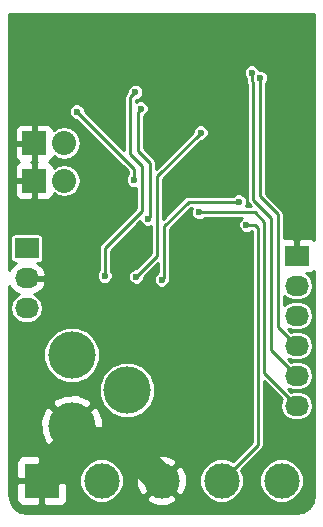
<source format=gbl>
G04 #@! TF.FileFunction,Copper,L2,Bot,Signal*
%FSLAX46Y46*%
G04 Gerber Fmt 4.6, Leading zero omitted, Abs format (unit mm)*
G04 Created by KiCad (PCBNEW 0.201511091016+6303~30~ubuntu14.04.1-product) date Mon 09 Nov 2015 21:44:19 GMT*
%MOMM*%
G01*
G04 APERTURE LIST*
%ADD10C,0.100000*%
%ADD11R,3.000000X3.000000*%
%ADD12C,3.000000*%
%ADD13R,2.032000X1.727200*%
%ADD14O,2.032000X1.727200*%
%ADD15R,2.032000X2.032000*%
%ADD16O,2.032000X2.032000*%
%ADD17C,4.000000*%
%ADD18C,0.600000*%
%ADD19C,0.254000*%
%ADD20C,0.381000*%
%ADD21C,2.500000*%
G04 APERTURE END LIST*
D10*
D11*
X142240000Y-123190000D03*
D12*
X147320000Y-123190000D03*
X152400000Y-123190000D03*
X157480000Y-123190000D03*
X162560000Y-123190000D03*
D13*
X163830000Y-104140000D03*
D14*
X163830000Y-106680000D03*
X163830000Y-109220000D03*
X163830000Y-111760000D03*
X163830000Y-114300000D03*
X163830000Y-116840000D03*
D13*
X140970000Y-103505000D03*
D14*
X140970000Y-106045000D03*
X140970000Y-108585000D03*
D15*
X141605000Y-94615000D03*
D16*
X144145000Y-94615000D03*
D15*
X141605000Y-97790000D03*
D16*
X144145000Y-97790000D03*
D17*
X144780000Y-112544860D03*
X144780000Y-118544340D03*
X149479000Y-115544600D03*
D18*
X153797000Y-109029500D03*
X156337000Y-107251500D03*
X158877000Y-107251500D03*
X155575000Y-100457000D03*
X151257000Y-101028500D03*
X150622000Y-91694000D03*
X160718500Y-89090500D03*
X160020000Y-88646000D03*
X159575500Y-101536500D03*
X147574000Y-105854500D03*
X150177500Y-90297000D03*
X158940500Y-99568000D03*
X152400000Y-106172000D03*
X145224500Y-91948000D03*
X150050500Y-97726500D03*
X155702000Y-93726000D03*
X150241000Y-105918000D03*
D19*
X142367000Y-106045000D02*
X145161000Y-108839000D01*
X153035000Y-108839000D02*
X153511250Y-109315250D01*
X145161000Y-108839000D02*
X153035000Y-108839000D01*
D20*
X150145750Y-120935750D02*
X152234900Y-118846600D01*
X152234900Y-118846600D02*
X152234900Y-110591600D01*
X152234900Y-110591600D02*
X153511250Y-109315250D01*
X155575000Y-107251500D02*
X156337000Y-107251500D01*
X153511250Y-109315250D02*
X153797000Y-109029500D01*
X153797000Y-109029500D02*
X155575000Y-107251500D01*
D21*
X144780000Y-118544340D02*
X146123660Y-119888000D01*
X146123660Y-119888000D02*
X149098000Y-119888000D01*
X152400000Y-123190000D02*
X150145750Y-120935750D01*
X150145750Y-120935750D02*
X149098000Y-119888000D01*
X149098000Y-119888000D02*
X145542000Y-119888000D01*
X145542000Y-119888000D02*
X142240000Y-123190000D01*
D19*
X141605000Y-97790000D02*
X141605000Y-100012500D01*
X142367000Y-106045000D02*
X140970000Y-106045000D01*
X143129000Y-105283000D02*
X142367000Y-106045000D01*
X143129000Y-101536500D02*
X143129000Y-105283000D01*
X141605000Y-100012500D02*
X143129000Y-101536500D01*
D20*
X158877000Y-107251500D02*
X156337000Y-107251500D01*
D19*
X163830000Y-116840000D02*
X161099500Y-114109500D01*
X160274000Y-100457000D02*
X155575000Y-100457000D01*
X161099500Y-101282500D02*
X160274000Y-100457000D01*
X161099500Y-114109500D02*
X161099500Y-101282500D01*
X150622000Y-91694000D02*
X150368000Y-91948000D01*
X151384000Y-100901500D02*
X151257000Y-101028500D01*
X151384000Y-96266000D02*
X151384000Y-100901500D01*
X150368000Y-95250000D02*
X151384000Y-96266000D01*
X150368000Y-91948000D02*
X150368000Y-95250000D01*
X162242500Y-110172500D02*
X163830000Y-111760000D01*
X160718500Y-99123500D02*
X160718500Y-89090500D01*
X162242500Y-100647500D02*
X160718500Y-99123500D01*
X162242500Y-110172500D02*
X162242500Y-100647500D01*
X163830000Y-114300000D02*
X161671000Y-112141000D01*
X160020000Y-89344500D02*
X160020000Y-88646000D01*
X160137498Y-89461998D02*
X160020000Y-89344500D01*
X160137498Y-99431498D02*
X160137498Y-89461998D01*
X161671000Y-100965000D02*
X160137498Y-99431498D01*
X161671000Y-112141000D02*
X161671000Y-100965000D01*
X157480000Y-123190000D02*
X160528000Y-120142000D01*
X160274000Y-101536500D02*
X159575500Y-101536500D01*
X160528000Y-101790500D02*
X160274000Y-101536500D01*
X160528000Y-120142000D02*
X160528000Y-101790500D01*
X147574000Y-103505000D02*
X147574000Y-105854500D01*
X150749000Y-100330000D02*
X147574000Y-103505000D01*
X150749000Y-96520000D02*
X150749000Y-100330000D01*
X149733000Y-95504000D02*
X150749000Y-96520000D01*
X149733000Y-90741500D02*
X149733000Y-95504000D01*
X150177500Y-90297000D02*
X149733000Y-90741500D01*
X152590500Y-101663500D02*
X152590500Y-105981500D01*
X158940500Y-99568000D02*
X154686000Y-99568000D01*
X154686000Y-99568000D02*
X152590500Y-101663500D01*
X152590500Y-105981500D02*
X152400000Y-106172000D01*
X145224500Y-91948000D02*
X150050500Y-96774000D01*
X150050500Y-96774000D02*
X150050500Y-97726500D01*
X152019000Y-97409000D02*
X155702000Y-93726000D01*
X152019000Y-104140000D02*
X152019000Y-97409000D01*
X150241000Y-105918000D02*
X152019000Y-104140000D01*
G36*
X165304000Y-102836374D02*
X165205698Y-102738073D01*
X164972309Y-102641400D01*
X164115750Y-102641400D01*
X163957000Y-102800150D01*
X163957000Y-104013000D01*
X163977000Y-104013000D01*
X163977000Y-104267000D01*
X163957000Y-104267000D01*
X163957000Y-104287000D01*
X163703000Y-104287000D01*
X163703000Y-104267000D01*
X163683000Y-104267000D01*
X163683000Y-104013000D01*
X163703000Y-104013000D01*
X163703000Y-102800150D01*
X163544250Y-102641400D01*
X162750500Y-102641400D01*
X162750500Y-100647500D01*
X162711831Y-100453097D01*
X162624325Y-100322135D01*
X162601710Y-100288289D01*
X161226500Y-98913080D01*
X161226500Y-89545626D01*
X161295487Y-89476759D01*
X161399382Y-89226554D01*
X161399618Y-88955635D01*
X161296161Y-88705248D01*
X161104759Y-88513513D01*
X160854554Y-88409618D01*
X160659102Y-88409448D01*
X160597661Y-88260748D01*
X160406259Y-88069013D01*
X160156054Y-87965118D01*
X159885135Y-87964882D01*
X159634748Y-88068339D01*
X159443013Y-88259741D01*
X159339118Y-88509946D01*
X159338882Y-88780865D01*
X159442339Y-89031252D01*
X159512000Y-89101034D01*
X159512000Y-89344500D01*
X159550669Y-89538903D01*
X159629498Y-89656878D01*
X159629498Y-99431498D01*
X159668167Y-99625901D01*
X159778288Y-99790708D01*
X159936580Y-99949000D01*
X159519671Y-99949000D01*
X159621382Y-99704054D01*
X159621618Y-99433135D01*
X159518161Y-99182748D01*
X159326759Y-98991013D01*
X159076554Y-98887118D01*
X158805635Y-98886882D01*
X158555248Y-98990339D01*
X158485466Y-99060000D01*
X154686000Y-99060000D01*
X154491597Y-99098669D01*
X154326790Y-99208789D01*
X152527000Y-101008580D01*
X152527000Y-97619420D01*
X155739388Y-94407033D01*
X155836865Y-94407118D01*
X156087252Y-94303661D01*
X156278987Y-94112259D01*
X156382882Y-93862054D01*
X156383118Y-93591135D01*
X156279661Y-93340748D01*
X156088259Y-93149013D01*
X155838054Y-93045118D01*
X155567135Y-93044882D01*
X155316748Y-93148339D01*
X155125013Y-93339741D01*
X155021118Y-93589946D01*
X155021032Y-93688547D01*
X151892000Y-96817580D01*
X151892000Y-96266000D01*
X151853331Y-96071597D01*
X151743210Y-95906790D01*
X150876000Y-95039580D01*
X150876000Y-92325893D01*
X151007252Y-92271661D01*
X151198987Y-92080259D01*
X151302882Y-91830054D01*
X151303118Y-91559135D01*
X151199661Y-91308748D01*
X151008259Y-91117013D01*
X150758054Y-91013118D01*
X150487135Y-91012882D01*
X150241000Y-91114582D01*
X150241000Y-90978056D01*
X150312365Y-90978118D01*
X150562752Y-90874661D01*
X150754487Y-90683259D01*
X150858382Y-90433054D01*
X150858618Y-90162135D01*
X150755161Y-89911748D01*
X150563759Y-89720013D01*
X150313554Y-89616118D01*
X150042635Y-89615882D01*
X149792248Y-89719339D01*
X149600513Y-89910741D01*
X149496618Y-90160946D01*
X149496532Y-90259548D01*
X149373790Y-90382290D01*
X149263669Y-90547097D01*
X149225000Y-90741500D01*
X149225000Y-95230080D01*
X145905533Y-91910613D01*
X145905618Y-91813135D01*
X145802161Y-91562748D01*
X145610759Y-91371013D01*
X145360554Y-91267118D01*
X145089635Y-91266882D01*
X144839248Y-91370339D01*
X144647513Y-91561741D01*
X144543618Y-91811946D01*
X144543382Y-92082865D01*
X144646839Y-92333252D01*
X144838241Y-92524987D01*
X145088446Y-92628882D01*
X145187048Y-92628968D01*
X149542500Y-96984420D01*
X149542500Y-97271374D01*
X149473513Y-97340241D01*
X149369618Y-97590446D01*
X149369382Y-97861365D01*
X149472839Y-98111752D01*
X149664241Y-98303487D01*
X149914446Y-98407382D01*
X150185365Y-98407618D01*
X150241000Y-98384630D01*
X150241000Y-100119580D01*
X147214790Y-103145790D01*
X147104669Y-103310597D01*
X147066000Y-103505000D01*
X147066000Y-105399374D01*
X146997013Y-105468241D01*
X146893118Y-105718446D01*
X146892882Y-105989365D01*
X146996339Y-106239752D01*
X147187741Y-106431487D01*
X147437946Y-106535382D01*
X147708865Y-106535618D01*
X147959252Y-106432161D01*
X148150987Y-106240759D01*
X148254882Y-105990554D01*
X148255118Y-105719635D01*
X148151661Y-105469248D01*
X148082000Y-105399466D01*
X148082000Y-103715420D01*
X150592891Y-101204529D01*
X150679339Y-101413752D01*
X150870741Y-101605487D01*
X151120946Y-101709382D01*
X151391865Y-101709618D01*
X151511000Y-101660393D01*
X151511000Y-103929580D01*
X150203613Y-105236967D01*
X150106135Y-105236882D01*
X149855748Y-105340339D01*
X149664013Y-105531741D01*
X149560118Y-105781946D01*
X149559882Y-106052865D01*
X149663339Y-106303252D01*
X149854741Y-106494987D01*
X150104946Y-106598882D01*
X150375865Y-106599118D01*
X150626252Y-106495661D01*
X150817987Y-106304259D01*
X150921882Y-106054054D01*
X150921968Y-105955452D01*
X152082500Y-104794920D01*
X152082500Y-105566345D01*
X152014748Y-105594339D01*
X151823013Y-105785741D01*
X151719118Y-106035946D01*
X151718882Y-106306865D01*
X151822339Y-106557252D01*
X152013741Y-106748987D01*
X152263946Y-106852882D01*
X152534865Y-106853118D01*
X152785252Y-106749661D01*
X152976987Y-106558259D01*
X153080882Y-106308054D01*
X153081090Y-106069025D01*
X153098500Y-105981500D01*
X153098500Y-101873920D01*
X154896421Y-100076000D01*
X154995829Y-100076000D01*
X154894118Y-100320946D01*
X154893882Y-100591865D01*
X154997339Y-100842252D01*
X155188741Y-101033987D01*
X155438946Y-101137882D01*
X155709865Y-101138118D01*
X155960252Y-101034661D01*
X156030034Y-100965000D01*
X159184076Y-100965000D01*
X158998513Y-101150241D01*
X158894618Y-101400446D01*
X158894382Y-101671365D01*
X158997839Y-101921752D01*
X159189241Y-102113487D01*
X159439446Y-102217382D01*
X159710365Y-102217618D01*
X159960752Y-102114161D01*
X160020000Y-102055016D01*
X160020000Y-119931580D01*
X158411503Y-121540077D01*
X157855796Y-121309327D01*
X157107487Y-121308674D01*
X156415891Y-121594436D01*
X155886296Y-122123108D01*
X155599327Y-122814204D01*
X155598674Y-123562513D01*
X155884436Y-124254109D01*
X156413108Y-124783704D01*
X157104204Y-125070673D01*
X157852513Y-125071326D01*
X158544109Y-124785564D01*
X159073704Y-124256892D01*
X159360673Y-123565796D01*
X159360675Y-123562513D01*
X160678674Y-123562513D01*
X160964436Y-124254109D01*
X161493108Y-124783704D01*
X162184204Y-125070673D01*
X162932513Y-125071326D01*
X163624109Y-124785564D01*
X164153704Y-124256892D01*
X164440673Y-123565796D01*
X164441326Y-122817487D01*
X164155564Y-122125891D01*
X163626892Y-121596296D01*
X162935796Y-121309327D01*
X162187487Y-121308674D01*
X161495891Y-121594436D01*
X160966296Y-122123108D01*
X160679327Y-122814204D01*
X160678674Y-123562513D01*
X159360675Y-123562513D01*
X159361326Y-122817487D01*
X159130229Y-122258191D01*
X160887210Y-120501210D01*
X160997331Y-120336403D01*
X161036000Y-120142000D01*
X161036000Y-114764420D01*
X162554413Y-116282833D01*
X162500371Y-116363712D01*
X162405631Y-116840000D01*
X162500371Y-117316288D01*
X162770166Y-117720065D01*
X163173943Y-117989860D01*
X163650231Y-118084600D01*
X164009769Y-118084600D01*
X164486057Y-117989860D01*
X164889834Y-117720065D01*
X165159629Y-117316288D01*
X165254369Y-116840000D01*
X165159629Y-116363712D01*
X164889834Y-115959935D01*
X164486057Y-115690140D01*
X164009769Y-115595400D01*
X163650231Y-115595400D01*
X163361294Y-115652874D01*
X163126740Y-115418320D01*
X163173943Y-115449860D01*
X163650231Y-115544600D01*
X164009769Y-115544600D01*
X164486057Y-115449860D01*
X164889834Y-115180065D01*
X165159629Y-114776288D01*
X165254369Y-114300000D01*
X165159629Y-113823712D01*
X164889834Y-113419935D01*
X164486057Y-113150140D01*
X164009769Y-113055400D01*
X163650231Y-113055400D01*
X163361294Y-113112874D01*
X163126740Y-112878320D01*
X163173943Y-112909860D01*
X163650231Y-113004600D01*
X164009769Y-113004600D01*
X164486057Y-112909860D01*
X164889834Y-112640065D01*
X165159629Y-112236288D01*
X165254369Y-111760000D01*
X165159629Y-111283712D01*
X164889834Y-110879935D01*
X164486057Y-110610140D01*
X164009769Y-110515400D01*
X163650231Y-110515400D01*
X163361294Y-110572874D01*
X163126740Y-110338320D01*
X163173943Y-110369860D01*
X163650231Y-110464600D01*
X164009769Y-110464600D01*
X164486057Y-110369860D01*
X164889834Y-110100065D01*
X165159629Y-109696288D01*
X165254369Y-109220000D01*
X165159629Y-108743712D01*
X164889834Y-108339935D01*
X164486057Y-108070140D01*
X164009769Y-107975400D01*
X163650231Y-107975400D01*
X163173943Y-108070140D01*
X162770166Y-108339935D01*
X162750500Y-108369367D01*
X162750500Y-107530633D01*
X162770166Y-107560065D01*
X163173943Y-107829860D01*
X163650231Y-107924600D01*
X164009769Y-107924600D01*
X164486057Y-107829860D01*
X164889834Y-107560065D01*
X165159629Y-107156288D01*
X165254369Y-106680000D01*
X165159629Y-106203712D01*
X164889834Y-105799935D01*
X164648379Y-105638600D01*
X164972309Y-105638600D01*
X165205698Y-105541927D01*
X165304000Y-105443626D01*
X165304000Y-124417548D01*
X165183997Y-125020846D01*
X164866305Y-125496305D01*
X164390844Y-125813998D01*
X163787548Y-125934000D01*
X141012452Y-125934000D01*
X140409154Y-125813997D01*
X139933695Y-125496305D01*
X139616002Y-125020844D01*
X139496000Y-124417548D01*
X139496000Y-123475750D01*
X140105000Y-123475750D01*
X140105000Y-124816310D01*
X140201673Y-125049699D01*
X140380302Y-125228327D01*
X140613691Y-125325000D01*
X141954250Y-125325000D01*
X142113000Y-125166250D01*
X142113000Y-123317000D01*
X142367000Y-123317000D01*
X142367000Y-125166250D01*
X142525750Y-125325000D01*
X143866309Y-125325000D01*
X144099698Y-125228327D01*
X144278327Y-125049699D01*
X144375000Y-124816310D01*
X144375000Y-123562513D01*
X145438674Y-123562513D01*
X145724436Y-124254109D01*
X146253108Y-124783704D01*
X146944204Y-125070673D01*
X147692513Y-125071326D01*
X148384109Y-124785564D01*
X148465845Y-124703970D01*
X151065635Y-124703970D01*
X151225418Y-125022739D01*
X152016187Y-125332723D01*
X152865387Y-125316497D01*
X153574582Y-125022739D01*
X153734365Y-124703970D01*
X152400000Y-123369605D01*
X151065635Y-124703970D01*
X148465845Y-124703970D01*
X148913704Y-124256892D01*
X149200673Y-123565796D01*
X149201326Y-122817487D01*
X149196657Y-122806187D01*
X150257277Y-122806187D01*
X150273503Y-123655387D01*
X150567261Y-124364582D01*
X150886030Y-124524365D01*
X152220395Y-123190000D01*
X152579605Y-123190000D01*
X153913970Y-124524365D01*
X154232739Y-124364582D01*
X154542723Y-123573813D01*
X154526497Y-122724613D01*
X154232739Y-122015418D01*
X153913970Y-121855635D01*
X152579605Y-123190000D01*
X152220395Y-123190000D01*
X150886030Y-121855635D01*
X150567261Y-122015418D01*
X150257277Y-122806187D01*
X149196657Y-122806187D01*
X148915564Y-122125891D01*
X148466488Y-121676030D01*
X151065635Y-121676030D01*
X152400000Y-123010395D01*
X153734365Y-121676030D01*
X153574582Y-121357261D01*
X152783813Y-121047277D01*
X151934613Y-121063503D01*
X151225418Y-121357261D01*
X151065635Y-121676030D01*
X148466488Y-121676030D01*
X148386892Y-121596296D01*
X147695796Y-121309327D01*
X146947487Y-121308674D01*
X146255891Y-121594436D01*
X145726296Y-122123108D01*
X145439327Y-122814204D01*
X145438674Y-123562513D01*
X144375000Y-123562513D01*
X144375000Y-123475750D01*
X144216250Y-123317000D01*
X142367000Y-123317000D01*
X142113000Y-123317000D01*
X140263750Y-123317000D01*
X140105000Y-123475750D01*
X139496000Y-123475750D01*
X139496000Y-121563690D01*
X140105000Y-121563690D01*
X140105000Y-122904250D01*
X140263750Y-123063000D01*
X142113000Y-123063000D01*
X142113000Y-121213750D01*
X142367000Y-121213750D01*
X142367000Y-123063000D01*
X144216250Y-123063000D01*
X144375000Y-122904250D01*
X144375000Y-121563690D01*
X144278327Y-121330301D01*
X144099698Y-121151673D01*
X143866309Y-121055000D01*
X142525750Y-121055000D01*
X142367000Y-121213750D01*
X142113000Y-121213750D01*
X141954250Y-121055000D01*
X140613691Y-121055000D01*
X140380302Y-121151673D01*
X140201673Y-121330301D01*
X140105000Y-121563690D01*
X139496000Y-121563690D01*
X139496000Y-120419362D01*
X143084584Y-120419362D01*
X143305353Y-120790083D01*
X144277012Y-121183459D01*
X145325247Y-121175053D01*
X146254647Y-120790083D01*
X146475416Y-120419362D01*
X144780000Y-118723945D01*
X143084584Y-120419362D01*
X139496000Y-120419362D01*
X139496000Y-118041352D01*
X142140881Y-118041352D01*
X142149287Y-119089587D01*
X142534257Y-120018987D01*
X142904978Y-120239756D01*
X144600395Y-118544340D01*
X144959605Y-118544340D01*
X146655022Y-120239756D01*
X147025743Y-120018987D01*
X147419119Y-119047328D01*
X147410713Y-117999093D01*
X147025743Y-117069693D01*
X146655022Y-116848924D01*
X144959605Y-118544340D01*
X144600395Y-118544340D01*
X142904978Y-116848924D01*
X142534257Y-117069693D01*
X142140881Y-118041352D01*
X139496000Y-118041352D01*
X139496000Y-116669318D01*
X143084584Y-116669318D01*
X144780000Y-118364735D01*
X146475416Y-116669318D01*
X146254647Y-116298597D01*
X145556944Y-116016132D01*
X147097587Y-116016132D01*
X147459309Y-116891566D01*
X148128511Y-117561937D01*
X149003312Y-117925186D01*
X149950532Y-117926013D01*
X150825966Y-117564291D01*
X151496337Y-116895089D01*
X151859586Y-116020288D01*
X151860413Y-115073068D01*
X151498691Y-114197634D01*
X150829489Y-113527263D01*
X149954688Y-113164014D01*
X149007468Y-113163187D01*
X148132034Y-113524909D01*
X147461663Y-114194111D01*
X147098414Y-115068912D01*
X147097587Y-116016132D01*
X145556944Y-116016132D01*
X145282988Y-115905221D01*
X144234753Y-115913627D01*
X143305353Y-116298597D01*
X143084584Y-116669318D01*
X139496000Y-116669318D01*
X139496000Y-113016392D01*
X142398587Y-113016392D01*
X142760309Y-113891826D01*
X143429511Y-114562197D01*
X144304312Y-114925446D01*
X145251532Y-114926273D01*
X146126966Y-114564551D01*
X146797337Y-113895349D01*
X147160586Y-113020548D01*
X147161413Y-112073328D01*
X146799691Y-111197894D01*
X146130489Y-110527523D01*
X145255688Y-110164274D01*
X144308468Y-110163447D01*
X143433034Y-110525169D01*
X142762663Y-111194371D01*
X142399414Y-112069172D01*
X142398587Y-113016392D01*
X139496000Y-113016392D01*
X139496000Y-106691137D01*
X139619268Y-106947036D01*
X140055680Y-107336954D01*
X140328243Y-107432296D01*
X140313943Y-107435140D01*
X139910166Y-107704935D01*
X139640371Y-108108712D01*
X139545631Y-108585000D01*
X139640371Y-109061288D01*
X139910166Y-109465065D01*
X140313943Y-109734860D01*
X140790231Y-109829600D01*
X141149769Y-109829600D01*
X141626057Y-109734860D01*
X142029834Y-109465065D01*
X142299629Y-109061288D01*
X142394369Y-108585000D01*
X142299629Y-108108712D01*
X142029834Y-107704935D01*
X141626057Y-107435140D01*
X141611757Y-107432296D01*
X141884320Y-107336954D01*
X142320732Y-106947036D01*
X142574709Y-106419791D01*
X142577358Y-106404026D01*
X142456217Y-106172000D01*
X141097000Y-106172000D01*
X141097000Y-106192000D01*
X140843000Y-106192000D01*
X140843000Y-106172000D01*
X140823000Y-106172000D01*
X140823000Y-105918000D01*
X140843000Y-105918000D01*
X140843000Y-105898000D01*
X141097000Y-105898000D01*
X141097000Y-105918000D01*
X142456217Y-105918000D01*
X142577358Y-105685974D01*
X142574709Y-105670209D01*
X142320732Y-105142964D01*
X141888817Y-104757064D01*
X141986000Y-104757064D01*
X142127190Y-104730497D01*
X142256865Y-104647054D01*
X142343859Y-104519734D01*
X142374464Y-104368600D01*
X142374464Y-102641400D01*
X142347897Y-102500210D01*
X142264454Y-102370535D01*
X142137134Y-102283541D01*
X141986000Y-102252936D01*
X139954000Y-102252936D01*
X139812810Y-102279503D01*
X139683135Y-102362946D01*
X139596141Y-102490266D01*
X139565536Y-102641400D01*
X139565536Y-104368600D01*
X139592103Y-104509790D01*
X139675546Y-104639465D01*
X139802866Y-104726459D01*
X139954000Y-104757064D01*
X140051183Y-104757064D01*
X139619268Y-105142964D01*
X139496000Y-105398863D01*
X139496000Y-98075750D01*
X139954000Y-98075750D01*
X139954000Y-98932309D01*
X140050673Y-99165698D01*
X140229301Y-99344327D01*
X140462690Y-99441000D01*
X141319250Y-99441000D01*
X141478000Y-99282250D01*
X141478000Y-97917000D01*
X140112750Y-97917000D01*
X139954000Y-98075750D01*
X139496000Y-98075750D01*
X139496000Y-94900750D01*
X139954000Y-94900750D01*
X139954000Y-95757309D01*
X140050673Y-95990698D01*
X140229301Y-96169327D01*
X140309388Y-96202500D01*
X140229301Y-96235673D01*
X140050673Y-96414302D01*
X139954000Y-96647691D01*
X139954000Y-97504250D01*
X140112750Y-97663000D01*
X141478000Y-97663000D01*
X141478000Y-96297750D01*
X141382750Y-96202500D01*
X141478000Y-96107250D01*
X141478000Y-94742000D01*
X140112750Y-94742000D01*
X139954000Y-94900750D01*
X139496000Y-94900750D01*
X139496000Y-93472691D01*
X139954000Y-93472691D01*
X139954000Y-94329250D01*
X140112750Y-94488000D01*
X141478000Y-94488000D01*
X141478000Y-93122750D01*
X141732000Y-93122750D01*
X141732000Y-94488000D01*
X141752000Y-94488000D01*
X141752000Y-94742000D01*
X141732000Y-94742000D01*
X141732000Y-96107250D01*
X141827250Y-96202500D01*
X141732000Y-96297750D01*
X141732000Y-97663000D01*
X141752000Y-97663000D01*
X141752000Y-97917000D01*
X141732000Y-97917000D01*
X141732000Y-99282250D01*
X141890750Y-99441000D01*
X142747310Y-99441000D01*
X142980699Y-99344327D01*
X143159327Y-99165698D01*
X143256000Y-98932309D01*
X143256000Y-98871232D01*
X143610391Y-99108029D01*
X144145000Y-99214369D01*
X144679609Y-99108029D01*
X145132828Y-98805197D01*
X145435660Y-98351978D01*
X145542000Y-97817369D01*
X145542000Y-97762631D01*
X145435660Y-97228022D01*
X145132828Y-96774803D01*
X144679609Y-96471971D01*
X144145000Y-96365631D01*
X143610391Y-96471971D01*
X143256000Y-96708768D01*
X143256000Y-96647691D01*
X143159327Y-96414302D01*
X142980699Y-96235673D01*
X142900612Y-96202500D01*
X142980699Y-96169327D01*
X143159327Y-95990698D01*
X143256000Y-95757309D01*
X143256000Y-95696232D01*
X143610391Y-95933029D01*
X144145000Y-96039369D01*
X144679609Y-95933029D01*
X145132828Y-95630197D01*
X145435660Y-95176978D01*
X145542000Y-94642369D01*
X145542000Y-94587631D01*
X145435660Y-94053022D01*
X145132828Y-93599803D01*
X144679609Y-93296971D01*
X144145000Y-93190631D01*
X143610391Y-93296971D01*
X143256000Y-93533768D01*
X143256000Y-93472691D01*
X143159327Y-93239302D01*
X142980699Y-93060673D01*
X142747310Y-92964000D01*
X141890750Y-92964000D01*
X141732000Y-93122750D01*
X141478000Y-93122750D01*
X141319250Y-92964000D01*
X140462690Y-92964000D01*
X140229301Y-93060673D01*
X140050673Y-93239302D01*
X139954000Y-93472691D01*
X139496000Y-93472691D01*
X139496000Y-83693000D01*
X165304000Y-83693000D01*
X165304000Y-102836374D01*
X165304000Y-102836374D01*
G37*
X165304000Y-102836374D02*
X165205698Y-102738073D01*
X164972309Y-102641400D01*
X164115750Y-102641400D01*
X163957000Y-102800150D01*
X163957000Y-104013000D01*
X163977000Y-104013000D01*
X163977000Y-104267000D01*
X163957000Y-104267000D01*
X163957000Y-104287000D01*
X163703000Y-104287000D01*
X163703000Y-104267000D01*
X163683000Y-104267000D01*
X163683000Y-104013000D01*
X163703000Y-104013000D01*
X163703000Y-102800150D01*
X163544250Y-102641400D01*
X162750500Y-102641400D01*
X162750500Y-100647500D01*
X162711831Y-100453097D01*
X162624325Y-100322135D01*
X162601710Y-100288289D01*
X161226500Y-98913080D01*
X161226500Y-89545626D01*
X161295487Y-89476759D01*
X161399382Y-89226554D01*
X161399618Y-88955635D01*
X161296161Y-88705248D01*
X161104759Y-88513513D01*
X160854554Y-88409618D01*
X160659102Y-88409448D01*
X160597661Y-88260748D01*
X160406259Y-88069013D01*
X160156054Y-87965118D01*
X159885135Y-87964882D01*
X159634748Y-88068339D01*
X159443013Y-88259741D01*
X159339118Y-88509946D01*
X159338882Y-88780865D01*
X159442339Y-89031252D01*
X159512000Y-89101034D01*
X159512000Y-89344500D01*
X159550669Y-89538903D01*
X159629498Y-89656878D01*
X159629498Y-99431498D01*
X159668167Y-99625901D01*
X159778288Y-99790708D01*
X159936580Y-99949000D01*
X159519671Y-99949000D01*
X159621382Y-99704054D01*
X159621618Y-99433135D01*
X159518161Y-99182748D01*
X159326759Y-98991013D01*
X159076554Y-98887118D01*
X158805635Y-98886882D01*
X158555248Y-98990339D01*
X158485466Y-99060000D01*
X154686000Y-99060000D01*
X154491597Y-99098669D01*
X154326790Y-99208789D01*
X152527000Y-101008580D01*
X152527000Y-97619420D01*
X155739388Y-94407033D01*
X155836865Y-94407118D01*
X156087252Y-94303661D01*
X156278987Y-94112259D01*
X156382882Y-93862054D01*
X156383118Y-93591135D01*
X156279661Y-93340748D01*
X156088259Y-93149013D01*
X155838054Y-93045118D01*
X155567135Y-93044882D01*
X155316748Y-93148339D01*
X155125013Y-93339741D01*
X155021118Y-93589946D01*
X155021032Y-93688547D01*
X151892000Y-96817580D01*
X151892000Y-96266000D01*
X151853331Y-96071597D01*
X151743210Y-95906790D01*
X150876000Y-95039580D01*
X150876000Y-92325893D01*
X151007252Y-92271661D01*
X151198987Y-92080259D01*
X151302882Y-91830054D01*
X151303118Y-91559135D01*
X151199661Y-91308748D01*
X151008259Y-91117013D01*
X150758054Y-91013118D01*
X150487135Y-91012882D01*
X150241000Y-91114582D01*
X150241000Y-90978056D01*
X150312365Y-90978118D01*
X150562752Y-90874661D01*
X150754487Y-90683259D01*
X150858382Y-90433054D01*
X150858618Y-90162135D01*
X150755161Y-89911748D01*
X150563759Y-89720013D01*
X150313554Y-89616118D01*
X150042635Y-89615882D01*
X149792248Y-89719339D01*
X149600513Y-89910741D01*
X149496618Y-90160946D01*
X149496532Y-90259548D01*
X149373790Y-90382290D01*
X149263669Y-90547097D01*
X149225000Y-90741500D01*
X149225000Y-95230080D01*
X145905533Y-91910613D01*
X145905618Y-91813135D01*
X145802161Y-91562748D01*
X145610759Y-91371013D01*
X145360554Y-91267118D01*
X145089635Y-91266882D01*
X144839248Y-91370339D01*
X144647513Y-91561741D01*
X144543618Y-91811946D01*
X144543382Y-92082865D01*
X144646839Y-92333252D01*
X144838241Y-92524987D01*
X145088446Y-92628882D01*
X145187048Y-92628968D01*
X149542500Y-96984420D01*
X149542500Y-97271374D01*
X149473513Y-97340241D01*
X149369618Y-97590446D01*
X149369382Y-97861365D01*
X149472839Y-98111752D01*
X149664241Y-98303487D01*
X149914446Y-98407382D01*
X150185365Y-98407618D01*
X150241000Y-98384630D01*
X150241000Y-100119580D01*
X147214790Y-103145790D01*
X147104669Y-103310597D01*
X147066000Y-103505000D01*
X147066000Y-105399374D01*
X146997013Y-105468241D01*
X146893118Y-105718446D01*
X146892882Y-105989365D01*
X146996339Y-106239752D01*
X147187741Y-106431487D01*
X147437946Y-106535382D01*
X147708865Y-106535618D01*
X147959252Y-106432161D01*
X148150987Y-106240759D01*
X148254882Y-105990554D01*
X148255118Y-105719635D01*
X148151661Y-105469248D01*
X148082000Y-105399466D01*
X148082000Y-103715420D01*
X150592891Y-101204529D01*
X150679339Y-101413752D01*
X150870741Y-101605487D01*
X151120946Y-101709382D01*
X151391865Y-101709618D01*
X151511000Y-101660393D01*
X151511000Y-103929580D01*
X150203613Y-105236967D01*
X150106135Y-105236882D01*
X149855748Y-105340339D01*
X149664013Y-105531741D01*
X149560118Y-105781946D01*
X149559882Y-106052865D01*
X149663339Y-106303252D01*
X149854741Y-106494987D01*
X150104946Y-106598882D01*
X150375865Y-106599118D01*
X150626252Y-106495661D01*
X150817987Y-106304259D01*
X150921882Y-106054054D01*
X150921968Y-105955452D01*
X152082500Y-104794920D01*
X152082500Y-105566345D01*
X152014748Y-105594339D01*
X151823013Y-105785741D01*
X151719118Y-106035946D01*
X151718882Y-106306865D01*
X151822339Y-106557252D01*
X152013741Y-106748987D01*
X152263946Y-106852882D01*
X152534865Y-106853118D01*
X152785252Y-106749661D01*
X152976987Y-106558259D01*
X153080882Y-106308054D01*
X153081090Y-106069025D01*
X153098500Y-105981500D01*
X153098500Y-101873920D01*
X154896421Y-100076000D01*
X154995829Y-100076000D01*
X154894118Y-100320946D01*
X154893882Y-100591865D01*
X154997339Y-100842252D01*
X155188741Y-101033987D01*
X155438946Y-101137882D01*
X155709865Y-101138118D01*
X155960252Y-101034661D01*
X156030034Y-100965000D01*
X159184076Y-100965000D01*
X158998513Y-101150241D01*
X158894618Y-101400446D01*
X158894382Y-101671365D01*
X158997839Y-101921752D01*
X159189241Y-102113487D01*
X159439446Y-102217382D01*
X159710365Y-102217618D01*
X159960752Y-102114161D01*
X160020000Y-102055016D01*
X160020000Y-119931580D01*
X158411503Y-121540077D01*
X157855796Y-121309327D01*
X157107487Y-121308674D01*
X156415891Y-121594436D01*
X155886296Y-122123108D01*
X155599327Y-122814204D01*
X155598674Y-123562513D01*
X155884436Y-124254109D01*
X156413108Y-124783704D01*
X157104204Y-125070673D01*
X157852513Y-125071326D01*
X158544109Y-124785564D01*
X159073704Y-124256892D01*
X159360673Y-123565796D01*
X159360675Y-123562513D01*
X160678674Y-123562513D01*
X160964436Y-124254109D01*
X161493108Y-124783704D01*
X162184204Y-125070673D01*
X162932513Y-125071326D01*
X163624109Y-124785564D01*
X164153704Y-124256892D01*
X164440673Y-123565796D01*
X164441326Y-122817487D01*
X164155564Y-122125891D01*
X163626892Y-121596296D01*
X162935796Y-121309327D01*
X162187487Y-121308674D01*
X161495891Y-121594436D01*
X160966296Y-122123108D01*
X160679327Y-122814204D01*
X160678674Y-123562513D01*
X159360675Y-123562513D01*
X159361326Y-122817487D01*
X159130229Y-122258191D01*
X160887210Y-120501210D01*
X160997331Y-120336403D01*
X161036000Y-120142000D01*
X161036000Y-114764420D01*
X162554413Y-116282833D01*
X162500371Y-116363712D01*
X162405631Y-116840000D01*
X162500371Y-117316288D01*
X162770166Y-117720065D01*
X163173943Y-117989860D01*
X163650231Y-118084600D01*
X164009769Y-118084600D01*
X164486057Y-117989860D01*
X164889834Y-117720065D01*
X165159629Y-117316288D01*
X165254369Y-116840000D01*
X165159629Y-116363712D01*
X164889834Y-115959935D01*
X164486057Y-115690140D01*
X164009769Y-115595400D01*
X163650231Y-115595400D01*
X163361294Y-115652874D01*
X163126740Y-115418320D01*
X163173943Y-115449860D01*
X163650231Y-115544600D01*
X164009769Y-115544600D01*
X164486057Y-115449860D01*
X164889834Y-115180065D01*
X165159629Y-114776288D01*
X165254369Y-114300000D01*
X165159629Y-113823712D01*
X164889834Y-113419935D01*
X164486057Y-113150140D01*
X164009769Y-113055400D01*
X163650231Y-113055400D01*
X163361294Y-113112874D01*
X163126740Y-112878320D01*
X163173943Y-112909860D01*
X163650231Y-113004600D01*
X164009769Y-113004600D01*
X164486057Y-112909860D01*
X164889834Y-112640065D01*
X165159629Y-112236288D01*
X165254369Y-111760000D01*
X165159629Y-111283712D01*
X164889834Y-110879935D01*
X164486057Y-110610140D01*
X164009769Y-110515400D01*
X163650231Y-110515400D01*
X163361294Y-110572874D01*
X163126740Y-110338320D01*
X163173943Y-110369860D01*
X163650231Y-110464600D01*
X164009769Y-110464600D01*
X164486057Y-110369860D01*
X164889834Y-110100065D01*
X165159629Y-109696288D01*
X165254369Y-109220000D01*
X165159629Y-108743712D01*
X164889834Y-108339935D01*
X164486057Y-108070140D01*
X164009769Y-107975400D01*
X163650231Y-107975400D01*
X163173943Y-108070140D01*
X162770166Y-108339935D01*
X162750500Y-108369367D01*
X162750500Y-107530633D01*
X162770166Y-107560065D01*
X163173943Y-107829860D01*
X163650231Y-107924600D01*
X164009769Y-107924600D01*
X164486057Y-107829860D01*
X164889834Y-107560065D01*
X165159629Y-107156288D01*
X165254369Y-106680000D01*
X165159629Y-106203712D01*
X164889834Y-105799935D01*
X164648379Y-105638600D01*
X164972309Y-105638600D01*
X165205698Y-105541927D01*
X165304000Y-105443626D01*
X165304000Y-124417548D01*
X165183997Y-125020846D01*
X164866305Y-125496305D01*
X164390844Y-125813998D01*
X163787548Y-125934000D01*
X141012452Y-125934000D01*
X140409154Y-125813997D01*
X139933695Y-125496305D01*
X139616002Y-125020844D01*
X139496000Y-124417548D01*
X139496000Y-123475750D01*
X140105000Y-123475750D01*
X140105000Y-124816310D01*
X140201673Y-125049699D01*
X140380302Y-125228327D01*
X140613691Y-125325000D01*
X141954250Y-125325000D01*
X142113000Y-125166250D01*
X142113000Y-123317000D01*
X142367000Y-123317000D01*
X142367000Y-125166250D01*
X142525750Y-125325000D01*
X143866309Y-125325000D01*
X144099698Y-125228327D01*
X144278327Y-125049699D01*
X144375000Y-124816310D01*
X144375000Y-123562513D01*
X145438674Y-123562513D01*
X145724436Y-124254109D01*
X146253108Y-124783704D01*
X146944204Y-125070673D01*
X147692513Y-125071326D01*
X148384109Y-124785564D01*
X148465845Y-124703970D01*
X151065635Y-124703970D01*
X151225418Y-125022739D01*
X152016187Y-125332723D01*
X152865387Y-125316497D01*
X153574582Y-125022739D01*
X153734365Y-124703970D01*
X152400000Y-123369605D01*
X151065635Y-124703970D01*
X148465845Y-124703970D01*
X148913704Y-124256892D01*
X149200673Y-123565796D01*
X149201326Y-122817487D01*
X149196657Y-122806187D01*
X150257277Y-122806187D01*
X150273503Y-123655387D01*
X150567261Y-124364582D01*
X150886030Y-124524365D01*
X152220395Y-123190000D01*
X152579605Y-123190000D01*
X153913970Y-124524365D01*
X154232739Y-124364582D01*
X154542723Y-123573813D01*
X154526497Y-122724613D01*
X154232739Y-122015418D01*
X153913970Y-121855635D01*
X152579605Y-123190000D01*
X152220395Y-123190000D01*
X150886030Y-121855635D01*
X150567261Y-122015418D01*
X150257277Y-122806187D01*
X149196657Y-122806187D01*
X148915564Y-122125891D01*
X148466488Y-121676030D01*
X151065635Y-121676030D01*
X152400000Y-123010395D01*
X153734365Y-121676030D01*
X153574582Y-121357261D01*
X152783813Y-121047277D01*
X151934613Y-121063503D01*
X151225418Y-121357261D01*
X151065635Y-121676030D01*
X148466488Y-121676030D01*
X148386892Y-121596296D01*
X147695796Y-121309327D01*
X146947487Y-121308674D01*
X146255891Y-121594436D01*
X145726296Y-122123108D01*
X145439327Y-122814204D01*
X145438674Y-123562513D01*
X144375000Y-123562513D01*
X144375000Y-123475750D01*
X144216250Y-123317000D01*
X142367000Y-123317000D01*
X142113000Y-123317000D01*
X140263750Y-123317000D01*
X140105000Y-123475750D01*
X139496000Y-123475750D01*
X139496000Y-121563690D01*
X140105000Y-121563690D01*
X140105000Y-122904250D01*
X140263750Y-123063000D01*
X142113000Y-123063000D01*
X142113000Y-121213750D01*
X142367000Y-121213750D01*
X142367000Y-123063000D01*
X144216250Y-123063000D01*
X144375000Y-122904250D01*
X144375000Y-121563690D01*
X144278327Y-121330301D01*
X144099698Y-121151673D01*
X143866309Y-121055000D01*
X142525750Y-121055000D01*
X142367000Y-121213750D01*
X142113000Y-121213750D01*
X141954250Y-121055000D01*
X140613691Y-121055000D01*
X140380302Y-121151673D01*
X140201673Y-121330301D01*
X140105000Y-121563690D01*
X139496000Y-121563690D01*
X139496000Y-120419362D01*
X143084584Y-120419362D01*
X143305353Y-120790083D01*
X144277012Y-121183459D01*
X145325247Y-121175053D01*
X146254647Y-120790083D01*
X146475416Y-120419362D01*
X144780000Y-118723945D01*
X143084584Y-120419362D01*
X139496000Y-120419362D01*
X139496000Y-118041352D01*
X142140881Y-118041352D01*
X142149287Y-119089587D01*
X142534257Y-120018987D01*
X142904978Y-120239756D01*
X144600395Y-118544340D01*
X144959605Y-118544340D01*
X146655022Y-120239756D01*
X147025743Y-120018987D01*
X147419119Y-119047328D01*
X147410713Y-117999093D01*
X147025743Y-117069693D01*
X146655022Y-116848924D01*
X144959605Y-118544340D01*
X144600395Y-118544340D01*
X142904978Y-116848924D01*
X142534257Y-117069693D01*
X142140881Y-118041352D01*
X139496000Y-118041352D01*
X139496000Y-116669318D01*
X143084584Y-116669318D01*
X144780000Y-118364735D01*
X146475416Y-116669318D01*
X146254647Y-116298597D01*
X145556944Y-116016132D01*
X147097587Y-116016132D01*
X147459309Y-116891566D01*
X148128511Y-117561937D01*
X149003312Y-117925186D01*
X149950532Y-117926013D01*
X150825966Y-117564291D01*
X151496337Y-116895089D01*
X151859586Y-116020288D01*
X151860413Y-115073068D01*
X151498691Y-114197634D01*
X150829489Y-113527263D01*
X149954688Y-113164014D01*
X149007468Y-113163187D01*
X148132034Y-113524909D01*
X147461663Y-114194111D01*
X147098414Y-115068912D01*
X147097587Y-116016132D01*
X145556944Y-116016132D01*
X145282988Y-115905221D01*
X144234753Y-115913627D01*
X143305353Y-116298597D01*
X143084584Y-116669318D01*
X139496000Y-116669318D01*
X139496000Y-113016392D01*
X142398587Y-113016392D01*
X142760309Y-113891826D01*
X143429511Y-114562197D01*
X144304312Y-114925446D01*
X145251532Y-114926273D01*
X146126966Y-114564551D01*
X146797337Y-113895349D01*
X147160586Y-113020548D01*
X147161413Y-112073328D01*
X146799691Y-111197894D01*
X146130489Y-110527523D01*
X145255688Y-110164274D01*
X144308468Y-110163447D01*
X143433034Y-110525169D01*
X142762663Y-111194371D01*
X142399414Y-112069172D01*
X142398587Y-113016392D01*
X139496000Y-113016392D01*
X139496000Y-106691137D01*
X139619268Y-106947036D01*
X140055680Y-107336954D01*
X140328243Y-107432296D01*
X140313943Y-107435140D01*
X139910166Y-107704935D01*
X139640371Y-108108712D01*
X139545631Y-108585000D01*
X139640371Y-109061288D01*
X139910166Y-109465065D01*
X140313943Y-109734860D01*
X140790231Y-109829600D01*
X141149769Y-109829600D01*
X141626057Y-109734860D01*
X142029834Y-109465065D01*
X142299629Y-109061288D01*
X142394369Y-108585000D01*
X142299629Y-108108712D01*
X142029834Y-107704935D01*
X141626057Y-107435140D01*
X141611757Y-107432296D01*
X141884320Y-107336954D01*
X142320732Y-106947036D01*
X142574709Y-106419791D01*
X142577358Y-106404026D01*
X142456217Y-106172000D01*
X141097000Y-106172000D01*
X141097000Y-106192000D01*
X140843000Y-106192000D01*
X140843000Y-106172000D01*
X140823000Y-106172000D01*
X140823000Y-105918000D01*
X140843000Y-105918000D01*
X140843000Y-105898000D01*
X141097000Y-105898000D01*
X141097000Y-105918000D01*
X142456217Y-105918000D01*
X142577358Y-105685974D01*
X142574709Y-105670209D01*
X142320732Y-105142964D01*
X141888817Y-104757064D01*
X141986000Y-104757064D01*
X142127190Y-104730497D01*
X142256865Y-104647054D01*
X142343859Y-104519734D01*
X142374464Y-104368600D01*
X142374464Y-102641400D01*
X142347897Y-102500210D01*
X142264454Y-102370535D01*
X142137134Y-102283541D01*
X141986000Y-102252936D01*
X139954000Y-102252936D01*
X139812810Y-102279503D01*
X139683135Y-102362946D01*
X139596141Y-102490266D01*
X139565536Y-102641400D01*
X139565536Y-104368600D01*
X139592103Y-104509790D01*
X139675546Y-104639465D01*
X139802866Y-104726459D01*
X139954000Y-104757064D01*
X140051183Y-104757064D01*
X139619268Y-105142964D01*
X139496000Y-105398863D01*
X139496000Y-98075750D01*
X139954000Y-98075750D01*
X139954000Y-98932309D01*
X140050673Y-99165698D01*
X140229301Y-99344327D01*
X140462690Y-99441000D01*
X141319250Y-99441000D01*
X141478000Y-99282250D01*
X141478000Y-97917000D01*
X140112750Y-97917000D01*
X139954000Y-98075750D01*
X139496000Y-98075750D01*
X139496000Y-94900750D01*
X139954000Y-94900750D01*
X139954000Y-95757309D01*
X140050673Y-95990698D01*
X140229301Y-96169327D01*
X140309388Y-96202500D01*
X140229301Y-96235673D01*
X140050673Y-96414302D01*
X139954000Y-96647691D01*
X139954000Y-97504250D01*
X140112750Y-97663000D01*
X141478000Y-97663000D01*
X141478000Y-96297750D01*
X141382750Y-96202500D01*
X141478000Y-96107250D01*
X141478000Y-94742000D01*
X140112750Y-94742000D01*
X139954000Y-94900750D01*
X139496000Y-94900750D01*
X139496000Y-93472691D01*
X139954000Y-93472691D01*
X139954000Y-94329250D01*
X140112750Y-94488000D01*
X141478000Y-94488000D01*
X141478000Y-93122750D01*
X141732000Y-93122750D01*
X141732000Y-94488000D01*
X141752000Y-94488000D01*
X141752000Y-94742000D01*
X141732000Y-94742000D01*
X141732000Y-96107250D01*
X141827250Y-96202500D01*
X141732000Y-96297750D01*
X141732000Y-97663000D01*
X141752000Y-97663000D01*
X141752000Y-97917000D01*
X141732000Y-97917000D01*
X141732000Y-99282250D01*
X141890750Y-99441000D01*
X142747310Y-99441000D01*
X142980699Y-99344327D01*
X143159327Y-99165698D01*
X143256000Y-98932309D01*
X143256000Y-98871232D01*
X143610391Y-99108029D01*
X144145000Y-99214369D01*
X144679609Y-99108029D01*
X145132828Y-98805197D01*
X145435660Y-98351978D01*
X145542000Y-97817369D01*
X145542000Y-97762631D01*
X145435660Y-97228022D01*
X145132828Y-96774803D01*
X144679609Y-96471971D01*
X144145000Y-96365631D01*
X143610391Y-96471971D01*
X143256000Y-96708768D01*
X143256000Y-96647691D01*
X143159327Y-96414302D01*
X142980699Y-96235673D01*
X142900612Y-96202500D01*
X142980699Y-96169327D01*
X143159327Y-95990698D01*
X143256000Y-95757309D01*
X143256000Y-95696232D01*
X143610391Y-95933029D01*
X144145000Y-96039369D01*
X144679609Y-95933029D01*
X145132828Y-95630197D01*
X145435660Y-95176978D01*
X145542000Y-94642369D01*
X145542000Y-94587631D01*
X145435660Y-94053022D01*
X145132828Y-93599803D01*
X144679609Y-93296971D01*
X144145000Y-93190631D01*
X143610391Y-93296971D01*
X143256000Y-93533768D01*
X143256000Y-93472691D01*
X143159327Y-93239302D01*
X142980699Y-93060673D01*
X142747310Y-92964000D01*
X141890750Y-92964000D01*
X141732000Y-93122750D01*
X141478000Y-93122750D01*
X141319250Y-92964000D01*
X140462690Y-92964000D01*
X140229301Y-93060673D01*
X140050673Y-93239302D01*
X139954000Y-93472691D01*
X139496000Y-93472691D01*
X139496000Y-83693000D01*
X165304000Y-83693000D01*
X165304000Y-102836374D01*
M02*

</source>
